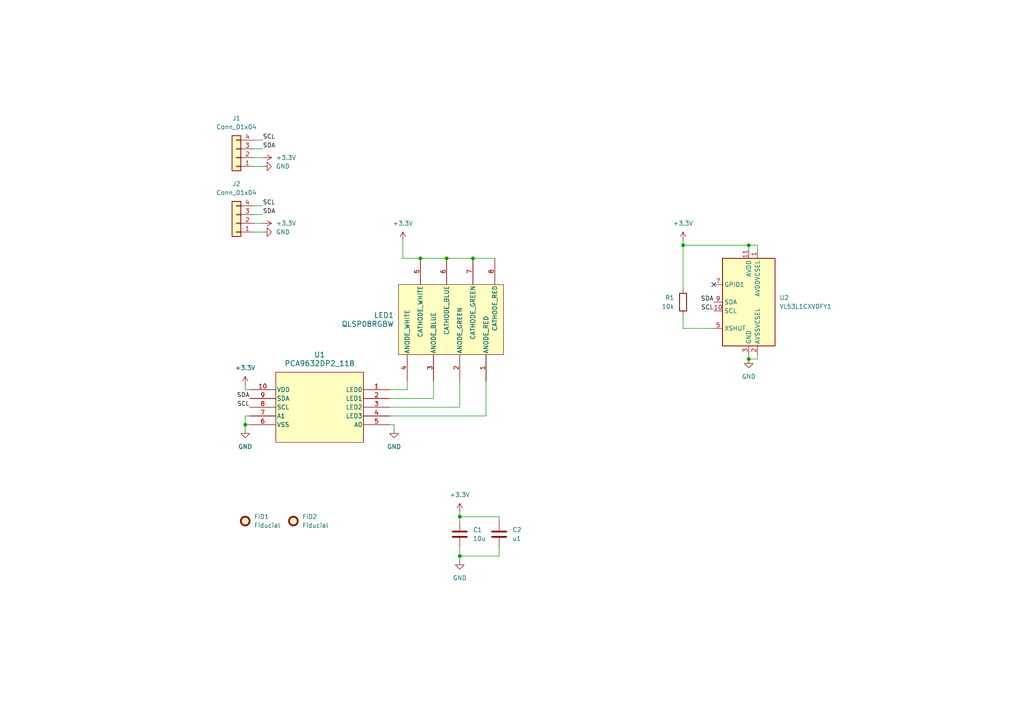
<source format=kicad_sch>
(kicad_sch (version 20230121) (generator eeschema)
  (paper "A4")
  (title_block (title "ToFnLED") (date "2023-07-30") (rev "rev1"))
  (lib_symbols
    (symbol "2023-07-27_03-08-06:QLSP08RGBW" (pin_names (offset 0.254))
      (property "Reference" "LED" (at 10.16 3.81 0))
      (property "Value" "QLSP08RGBW" (at 10.16 1.27 0))
      (symbol "QLSP08RGBW_0_1"
        (pin unspecified line (at -7.62 -5.08 0) (length 7.62) (name "ANODE_RED") (number "1"))
        (pin unspecified line (at -7.62 -12.7 0) (length 7.62) (name "ANODE_GREEN") (number "2"))
        (pin unspecified line (at -7.62 -20.32 0) (length 7.62) (name "ANODE_BLUE") (number "3"))
        (pin unspecified line (at -7.62 -27.94 0) (length 7.62) (name "ANODE_WHITE") (number "4"))
        (pin unspecified line (at 27.94 -24.13 180) (length 7.62) (name "CATHODE_WHITE") (number "5"))
        (pin unspecified line (at 27.94 -16.51 180) (length 7.62) (name "CATHODE_BLUE") (number "6"))
        (pin unspecified line (at 27.94 -8.89 180) (length 7.62) (name "CATHODE_GREEN") (number "7"))
        (pin unspecified line (at 27.94 -2.54 180) (length 7.62) (name "CATHODE_RED") (number "8"))
      )
      (symbol "QLSP08RGBW_1_1"
        (rectangle (start 0 0) (end 20.32 -30.48) (fill (type background)))
      )
    )
    (symbol "2023-07-27_03-08-44:PCA9632DP2_118" (pin_names (offset 0.254))
      (property "Reference" "U" (at 20.32 10.16 0))
      (property "Value" "PCA9632DP2_118" (at 20.32 7.62 0))
      (symbol "PCA9632DP2_118_0_1"
        (polyline (pts (xy 7.62 -15.24) (xy 33.02 -15.24)) (stroke (width 0.127)))
        (polyline (pts (xy 7.62 5.08) (xy 7.62 -15.24)) (stroke (width 0.127)))
        (polyline (pts (xy 33.02 -15.24) (xy 33.02 5.08)) (stroke (width 0.127)))
        (polyline (pts (xy 33.02 5.08) (xy 7.62 5.08)) (stroke (width 0.127)))
        (pin bidirectional line (at 0 0 0) (length 7.62) (name "LED0") (number "1"))
        (pin power_in line (at 40.64 0 180) (length 7.62) (name "VDD") (number "10"))
        (pin bidirectional line (at 0 -2.54 0) (length 7.62) (name "LED1") (number "2"))
        (pin bidirectional line (at 0 -5.08 0) (length 7.62) (name "LED2") (number "3"))
        (pin bidirectional line (at 0 -7.62 0) (length 7.62) (name "LED3") (number "4"))
        (pin bidirectional line (at 0 -10.16 0) (length 7.62) (name "A0") (number "5"))
        (pin power_out line (at 40.64 -10.16 180) (length 7.62) (name "VSS") (number "6"))
        (pin bidirectional line (at 40.64 -7.62 180) (length 7.62) (name "A1") (number "7"))
        (pin unspecified line (at 40.64 -5.08 180) (length 7.62) (name "SCL") (number "8"))
        (pin unspecified line (at 40.64 -2.54 180) (length 7.62) (name "SDA") (number "9"))
      )
      (symbol "PCA9632DP2_118_1_1"
        (rectangle (start 7.62 5.08) (end 33.02 -15.24) (fill (type background)))
      )
    )
    (symbol "Connector_Generic:Conn_01x04" (pin_names (offset 1.016) hide)
      (property "Reference" "J" (at 0 5.08 0))
      (property "Value" "Conn_01x04" (at 0 -7.62 0))
      (symbol "Conn_01x04_1_1"
        (rectangle (start -1.27 -4.953) (end 0 -5.207) (stroke (width 0.1524)))
        (rectangle (start -1.27 -2.413) (end 0 -2.667) (stroke (width 0.1524)))
        (rectangle (start -1.27 0.127) (end 0 -0.127) (stroke (width 0.1524)))
        (rectangle (start -1.27 2.667) (end 0 2.413) (stroke (width 0.1524)))
        (rectangle (start -1.27 3.81) (end 1.27 -6.35) (stroke (width 0.254)) (fill (type background)))
        (pin passive line (at -5.08 2.54 0) (length 3.81) (name "Pin_1") (number "1"))
        (pin passive line (at -5.08 0 0) (length 3.81) (name "Pin_2") (number "2"))
        (pin passive line (at -5.08 -2.54 0) (length 3.81) (name "Pin_3") (number "3"))
        (pin passive line (at -5.08 -5.08 0) (length 3.81) (name "Pin_4") (number "4"))
      )
    )
    (symbol "Device:C" (pin_numbers hide) (pin_names (offset 0.254))
      (property "Reference" "C" (at 0.635 2.54 0))
      (property "Value" "C" (at 0.635 -2.54 0))
      (symbol "C_0_1"
        (polyline (pts (xy -2.032 -0.762) (xy 2.032 -0.762)) (stroke (width 0.508)))
        (polyline (pts (xy -2.032 0.762) (xy 2.032 0.762)) (stroke (width 0.508)))
      )
      (symbol "C_1_1"
        (pin passive line (at 0 3.81 270) (length 2.794) (name "~") (number "1"))
        (pin passive line (at 0 -3.81 90) (length 2.794) (name "~") (number "2"))
      )
    )
    (symbol "Device:R" (pin_numbers hide) (pin_names (offset 0))
      (property "Reference" "R" (at 2.032 0 90))
      (property "Value" "R" (at 0 0 90))
      (symbol "R_0_1"
        (rectangle (start -1.016 -2.54) (end 1.016 2.54) (stroke (width 0.254)))
      )
      (symbol "R_1_1"
        (pin passive line (at 0 3.81 270) (length 1.27) (name "~") (number "1"))
        (pin passive line (at 0 -3.81 90) (length 1.27) (name "~") (number "2"))
      )
    )
    (symbol "Mechanical:Fiducial"
      (property "Reference" "FID" (at 0 5.08 0))
      (property "Value" "Fiducial" (at 0 3.175 0))
      (symbol "Fiducial_0_1"
        (circle (center 0 0) (radius 1.27) (stroke (width 0.508)) (fill (type background)))
      )
    )
    (symbol "Sensor_Distance:VL53L1CXV0FY1"
      (property "Reference" "U" (at -6.35 13.97 0))
      (property "Value" "VL53L1CXV0FY1" (at 12.065 13.97 0))
      (symbol "VL53L1CXV0FY1_0_1"
        (rectangle (start -7.62 12.7) (end 7.62 -12.7) (stroke (width 0.254)) (fill (type background)))
      )
      (symbol "VL53L1CXV0FY1_1_1"
        (pin power_in line (at 2.54 15.24 270) (length 2.54) (name "AVDDVCSEL") (number "1"))
        (pin input line (at -10.16 -2.54 0) (length 2.54) (name "SCL") (number "10"))
        (pin power_in line (at 0 15.24 270) (length 2.54) (name "AVDD") (number "11"))
        (pin passive line (at 0 -15.24 90) (length 2.54) hide (name "GND") (number "12"))
        (pin power_in line (at 2.54 -15.24 90) (length 2.54) (name "AVSSVCSEL") (number "2"))
        (pin power_in line (at 0 -15.24 90) (length 2.54) (name "GND") (number "3"))
        (pin passive line (at 0 -15.24 90) (length 2.54) hide (name "GND") (number "4"))
        (pin input line (at -10.16 -7.62 0) (length 2.54) (name "XSHUT") (number "5"))
        (pin passive line (at 0 -15.24 90) (length 2.54) hide (name "GND") (number "6"))
        (pin open_collector line (at -10.16 5.08 0) (length 2.54) (name "GPIO1") (number "7"))
        (pin no_connect line (at -7.62 7.62 0) (length 2.54) hide (name "DNC") (number "8"))
        (pin bidirectional line (at -10.16 0 0) (length 2.54) (name "SDA") (number "9"))
      )
    )
    (symbol "power:+3.3V" (power) (pin_names (offset 0))
      (property "Value" "+3.3V" (at 0 3.556 0))
      (symbol "+3.3V_0_1"
        (polyline (pts (xy -0.762 1.27) (xy 0 2.54)))
        (polyline (pts (xy 0 0) (xy 0 2.54)))
        (polyline (pts (xy 0 2.54) (xy 0.762 1.27)))
      )
      (symbol "+3.3V_1_1"
        (pin power_in line (at 0 0 90) (length 0) hide (name "+3.3V") (number "1"))
      )
    )
    (symbol "power:GND" (power) (pin_names (offset 0))
      (property "Value" "GND" (at 0 -3.81 0))
      (symbol "GND_0_1"
        (polyline (pts (xy 0 0) (xy 0 -1.27) (xy 1.27 -1.27) (xy 0 -2.54) (xy -1.27 -1.27) (xy 0 -1.27)))
      )
      (symbol "GND_1_1"
        (pin power_in line (at 0 0 270) (length 0) hide (name "GND") (number "1"))
      )
    )
  )
  (junction (at 217.17 71.12))
  (junction (at 133.35 161.29))
  (junction (at 129.54 74.93))
  (junction (at 198.12 71.12))
  (junction (at 121.92 74.93))
  (junction (at 133.35 149.86))
  (junction (at 71.12 123.19))
  (junction (at 137.16 74.93))
  (junction (at 217.17 104.14))
  (no_connect (at 207.01 82.55))
  (wire (pts (xy 140.97 110.49) (xy 140.97 120.65)))
  (wire (pts (xy 140.97 120.65) (xy 113.03 120.65)))
  (wire (pts (xy 133.35 149.86) (xy 144.78 149.86)))
  (wire (pts (xy 71.12 124.46) (xy 71.12 123.19)))
  (wire (pts (xy 71.12 113.03) (xy 71.12 111.76)))
  (wire (pts (xy 198.12 69.85) (xy 198.12 71.12)))
  (wire (pts (xy 72.39 120.65) (xy 71.12 120.65)))
  (wire (pts (xy 133.35 161.29) (xy 133.35 162.56)))
  (wire (pts (xy 133.35 110.49) (xy 133.35 118.11)))
  (wire (pts (xy 72.39 113.03) (xy 71.12 113.03)))
  (wire (pts (xy 125.73 110.49) (xy 125.73 115.57)))
  (wire (pts (xy 198.12 95.25) (xy 207.01 95.25)))
  (wire (pts (xy 73.66 48.26) (xy 76.2 48.26)))
  (wire (pts (xy 73.66 59.69) (xy 76.2 59.69)))
  (wire (pts (xy 71.12 123.19) (xy 72.39 123.19)))
  (wire (pts (xy 73.66 43.18) (xy 76.2 43.18)))
  (wire (pts (xy 137.16 74.93) (xy 143.51 74.93)))
  (wire (pts (xy 73.66 62.23) (xy 76.2 62.23)))
  (wire (pts (xy 73.66 64.77) (xy 76.2 64.77)))
  (wire (pts (xy 121.92 74.93) (xy 129.54 74.93)))
  (wire (pts (xy 116.84 74.93) (xy 121.92 74.93)))
  (wire (pts (xy 73.66 45.72) (xy 76.2 45.72)))
  (wire (pts (xy 217.17 71.12) (xy 219.71 71.12)))
  (wire (pts (xy 198.12 71.12) (xy 217.17 71.12)))
  (wire (pts (xy 217.17 71.12) (xy 217.17 72.39)))
  (wire (pts (xy 133.35 161.29) (xy 144.78 161.29)))
  (wire (pts (xy 144.78 151.13) (xy 144.78 149.86)))
  (wire (pts (xy 114.3 124.46) (xy 114.3 123.19)))
  (wire (pts (xy 219.71 71.12) (xy 219.71 72.39)))
  (wire (pts (xy 144.78 158.75) (xy 144.78 161.29)))
  (wire (pts (xy 198.12 71.12) (xy 198.12 83.82)))
  (wire (pts (xy 133.35 149.86) (xy 133.35 151.13)))
  (wire (pts (xy 73.66 40.64) (xy 76.2 40.64)))
  (wire (pts (xy 71.12 120.65) (xy 71.12 123.19)))
  (wire (pts (xy 217.17 104.14) (xy 219.71 104.14)))
  (wire (pts (xy 114.3 123.19) (xy 113.03 123.19)))
  (wire (pts (xy 113.03 113.03) (xy 118.11 113.03)))
  (wire (pts (xy 133.35 118.11) (xy 113.03 118.11)))
  (wire (pts (xy 133.35 148.59) (xy 133.35 149.86)))
  (wire (pts (xy 73.66 67.31) (xy 76.2 67.31)))
  (wire (pts (xy 125.73 115.57) (xy 113.03 115.57)))
  (wire (pts (xy 116.84 69.85) (xy 116.84 74.93)))
  (wire (pts (xy 198.12 91.44) (xy 198.12 95.25)))
  (wire (pts (xy 129.54 74.93) (xy 137.16 74.93)))
  (wire (pts (xy 118.11 110.49) (xy 118.11 113.03)))
  (wire (pts (xy 217.17 102.87) (xy 217.17 104.14)))
  (wire (pts (xy 133.35 158.75) (xy 133.35 161.29)))
  (wire (pts (xy 219.71 102.87) (xy 219.71 104.14)))
  (label "SDA" (at 76.2 62.23 0) (effects (font (size 1.2446 1.2446))))
  (label "SCL" (at 76.2 59.69 0) (effects (font (size 1.2446 1.2446))))
  (label "SDA" (at 207.01 87.63 180))
  (label "SDA" (at 72.39 115.57 180) (effects (font (size 1.2446 1.2446))))
  (label "SCL" (at 207.01 90.17 180))
  (label "SCL" (at 72.39 118.11 180) (effects (font (size 1.2446 1.2446))))
  (label "SDA" (at 76.2 43.18 0) (effects (font (size 1.2446 1.2446))))
  (label "SCL" (at 76.2 40.64 0) (effects (font (size 1.2446 1.2446))))
  (symbol (lib_id "power:GND") (at 217.17 104.14 0) (unit 1)
    (property "Reference" "#PWR012" (effects hide))
    (property "Value" "GND" (at 217.17 109.22 0))
  )
  (symbol (lib_id "Sensor_Distance:VL53L1CXV0FY1") (at 217.17 87.63 0) (unit 1)
    (property "Reference" "U2" (at 226.06 86.36 0) (effects (justify left)))
    (property "Value" "VL53L1CXV0FY1" (at 226.06 88.9 0) (effects (justify left)))
    (property "Footprint" "Sensor_Distance:ST_VL53L1x" (effects hide))
    (property "Datasheet" "https://www.st.com/resource/en/datasheet/vl53l1x.pdf" (effects hide))
  )
  (symbol (lib_id "power:GND") (at 76.2 67.31 90) (unit 1)
    (property "Reference" "#PWR06" (effects hide))
    (property "Value" "GND" (at 80.01 67.31 90) (effects (justify right)))
  )
  (symbol (lib_id "power:+3.3V") (at 76.2 45.72 270) (unit 1)
    (property "Reference" "#PWR03" (effects hide))
    (property "Value" "+3.3V" (at 80.01 45.72 90) (effects (justify left)))
  )
  (symbol (lib_id "power:+3.3V") (at 76.2 64.77 270) (unit 1)
    (property "Reference" "#PWR05" (effects hide))
    (property "Value" "+3.3V" (at 80.01 64.77 90) (effects (justify left)))
  )
  (symbol (lib_id "power:+3.3V") (at 133.35 148.59 0) (unit 1)
    (property "Reference" "#PWR09" (effects hide))
    (property "Value" "+3.3V" (at 133.35 143.51 0))
  )
  (symbol (lib_id "power:GND") (at 133.35 162.56 0) (unit 1)
    (property "Reference" "#PWR010" (effects hide))
    (property "Value" "GND" (at 133.35 167.64 0))
  )
  (symbol (lib_id "power:GND") (at 71.12 124.46 0) (unit 1)
    (property "Reference" "#PWR02" (effects hide))
    (property "Value" "GND" (at 71.12 129.54 0))
  )
  (symbol (lib_id "Mechanical:Fiducial") (at 85.09 151.13 0) (unit 1)
    (property "Reference" "FID2" (at 87.63 149.86 0) (effects (justify left)))
    (property "Value" "Fiducial" (at 87.63 152.4 0) (effects (justify left)))
    (property "Footprint" "Fiducial:Fiducial_1mm_Mask2mm" (effects hide))
  )
  (symbol (lib_id "2023-07-27_03-08-06:QLSP08RGBW") (at 146.05 102.87 270) (mirror x) (unit 1)
    (property "Reference" "LED1" (at 114.3 91.44 90) (effects (font (size 1.524 1.524)) (justify right)))
    (property "Value" "QLSP08RGBW" (at 114.3 93.98 90) (effects (font (size 1.524 1.524)) (justify right)))
    (property "Footprint" "footprints:QLSP08RGBW_QUE" (effects hide))
    (property "Datasheet" "QLSP08RGBW" (effects hide))
  )
  (symbol (lib_id "power:GND") (at 76.2 48.26 90) (unit 1)
    (property "Reference" "#PWR04" (effects hide))
    (property "Value" "GND" (at 80.01 48.26 90) (effects (justify right)))
  )
  (symbol (lib_id "power:+3.3V") (at 198.12 69.85 0) (unit 1)
    (property "Reference" "#PWR011" (effects hide))
    (property "Value" "+3.3V" (at 198.12 64.77 0))
  )
  (symbol (lib_id "Connector_Generic:Conn_01x04") (at 68.58 64.77 180) (unit 1)
    (property "Reference" "J2" (at 68.58 53.34 0))
    (property "Value" "Conn_01x04" (at 68.58 55.88 0))
    (property "Footprint" "Connector_JST:JST_SH_SM04B-SRSS-TB_1x04-1MP_P1.00mm_Horizontal" (effects hide))
  )
  (symbol (lib_id "Device:C") (at 144.78 154.94 0) (unit 1)
    (property "Reference" "C2" (at 148.59 153.67 0) (effects (justify left)))
    (property "Value" "u1" (at 148.59 156.21 0) (effects (justify left)))
    (property "Footprint" "Capacitor_SMD:C_0805_2012Metric" (effects hide))
  )
  (symbol (lib_id "power:+3.3V") (at 116.84 69.85 0) (unit 1)
    (property "Reference" "#PWR08" (effects hide))
    (property "Value" "+3.3V" (at 116.84 64.77 0))
  )
  (symbol (lib_id "Device:C") (at 133.35 154.94 0) (unit 1)
    (property "Reference" "C1" (at 137.16 153.67 0) (effects (justify left)))
    (property "Value" "10u" (at 137.16 156.21 0) (effects (justify left)))
    (property "Footprint" "Capacitor_SMD:C_0805_2012Metric" (effects hide))
  )
  (symbol (lib_id "Device:R") (at 198.12 87.63 0) (unit 1)
    (property "Reference" "R1" (at 195.58 86.36 0) (effects (justify right)))
    (property "Value" "10k" (at 195.58 88.9 0) (effects (justify right)))
    (property "Footprint" "Resistor_SMD:R_0805_2012Metric" (effects hide))
  )
  (symbol (lib_id "power:+3.3V") (at 71.12 111.76 0) (unit 1)
    (property "Reference" "#PWR01" (effects hide))
    (property "Value" "+3.3V" (at 71.12 106.68 0))
  )
  (symbol (lib_id "power:GND") (at 114.3 124.46 0) (unit 1)
    (property "Reference" "#PWR07" (effects hide))
    (property "Value" "GND" (at 114.3 129.54 0))
  )
  (symbol (lib_id "Connector_Generic:Conn_01x04") (at 68.58 45.72 180) (unit 1)
    (property "Reference" "J1" (at 68.58 34.29 0))
    (property "Value" "Conn_01x04" (at 68.58 36.83 0))
    (property "Footprint" "Connector_JST:JST_SH_BM04B-SRSS-TB_1x04-1MP_P1.00mm_Vertical" (effects hide))
  )
  (symbol (lib_id "Mechanical:Fiducial") (at 71.12 151.13 0) (unit 1)
    (property "Reference" "FID1" (at 73.66 149.86 0) (effects (justify left)))
    (property "Value" "Fiducial" (at 73.66 152.4 0) (effects (justify left)))
    (property "Footprint" "Fiducial:Fiducial_1mm_Mask2mm" (effects hide))
  )
  (symbol (lib_id "2023-07-27_03-08-44:PCA9632DP2_118") (at 113.03 113.03 0) (mirror y) (unit 1)
    (property "Reference" "U1" (at 92.71 102.87 0) (effects (font (size 1.524 1.524))))
    (property "Value" "PCA9632DP2_118" (at 92.71 105.41 0) (effects (font (size 1.524 1.524))))
    (property "Footprint" "footprints:TSSOP10_3P1X3P1_NXP" (effects hide))
    (property "Datasheet" "PCA9632DP2_118" (effects hide))
  )
)
</source>
